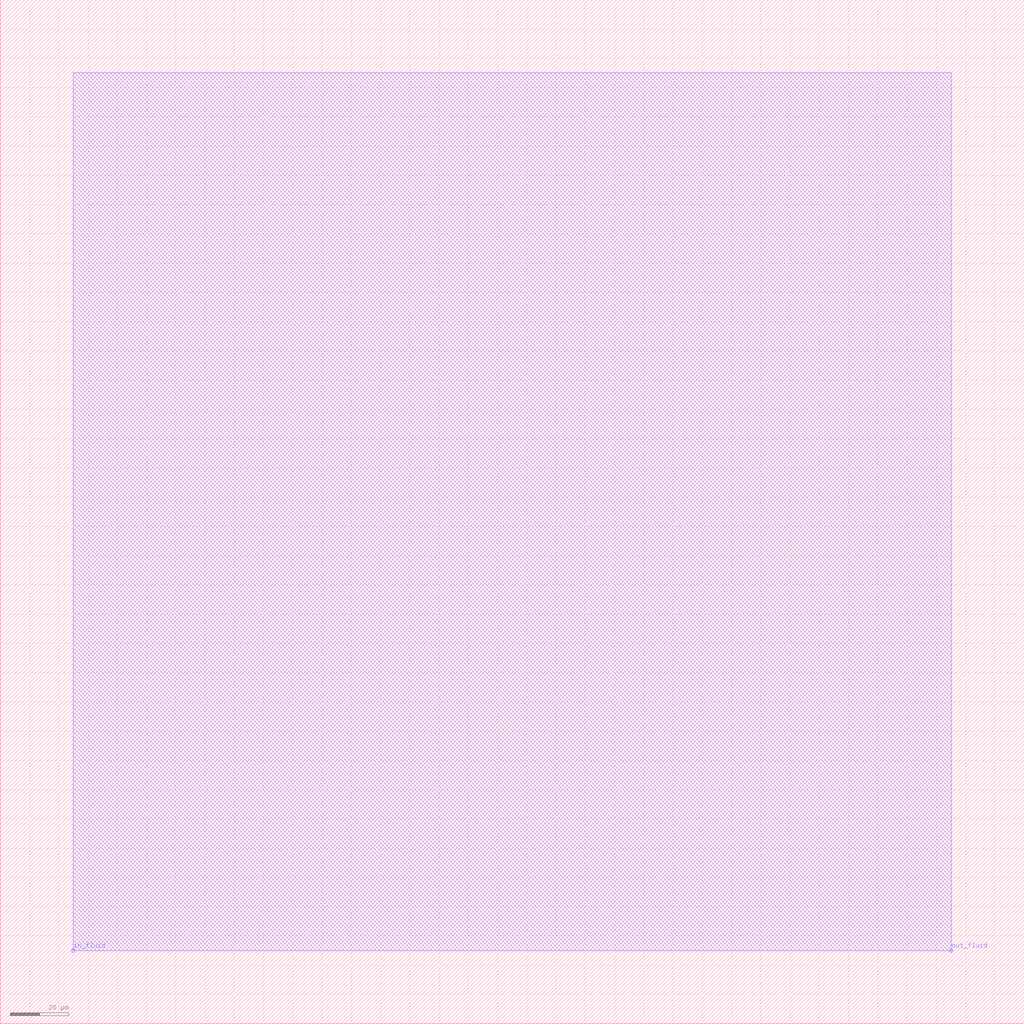
<source format=lef>
VERSION 5.7 ;
BUSBITCHARS "[]" ;
DIVIDERCHAR "/" ;

################################## FUNCTIONAL ##################################

MACRO valve_20px_1
  CLASS CORE ;
  ORIGIN 0 0 ;
  FOREIGN valve_20px_1 0 0 ;
  SIZE 100 BY 100 ;
  SYMMETRY X Y ;
  SITE CoreSite ;
  PIN in_air
    DIRECTION INPUT ;
    USE SIGNAL ;
    PORT
      LAYER met2 ;
        RECT 49.5 74.5 50.5 75.5 ;
    END
  END in_air
  PIN out_air
    DIRECTION OUTPUT ;
    USE SIGNAL ;
    PORT
      LAYER met2 ;
        RECT 49.5 24.5 50.5 25.5 ;
    END
  END out_air
  PIN in_fluid
    DIRECTION INPUT ;
    USE SIGNAL ;
    PORT
      LAYER met1 ;
        RECT 24.5 49.5 25.5 50.5 ;
    END
  END in_fluid
  PIN out_fluid
    DIRECTION OUTPUT ;
    USE SIGNAL ;
    PORT
      LAYER met1 ;
        RECT 74.5 49.5 75.5 50.5 ;
    END
  END out_fluid
  PROPERTY CatenaDesignType "deviceLevel" ;
END valve_20px_1

MACRO valve_20px4way_0
  CLASS CORE ;
  ORIGIN 0 0 ;
  FOREIGN valve_20px4way_0 0 0 ;
  SIZE 100 BY 100 ;
  SYMMETRY X Y ;
  SITE CoreSite ;
  PIN in_air
    DIRECTION INPUT ;
    USE SIGNAL ;
    PORT
      LAYER met2 ;
        RECT 49.5 74.5 50.5 75.5 ;
    END
  END in_air
  PIN out_air
    DIRECTION OUTPUT ;
    USE SIGNAL ;
    PORT
      LAYER met2 ;
        RECT 49.5 24.5 50.5 25.5 ;
    END
  END out_air
  PIN in_fluid_0
    DIRECTION INPUT ;
    USE SIGNAL ;
    PORT
      LAYER met1 ;
        RECT 24.5 49.5 25.5 50.5 ;
    END
  END in_fluid_0
  PIN out_fluid_0
    DIRECTION OUTPUT ;
    USE SIGNAL ;
    PORT
      LAYER met1 ;
        RECT 74.5 49.5 75.5 50.5 ;
    END
  END out_fluid_0
  PIN in_fluid_1
    DIRECTION INPUT ;
    USE SIGNAL ;
    PORT
      LAYER met1 ;
        RECT 49.5 24.5 50.5 25.5 ;
    END
  END in_fluid_1
  PIN out_fluid_1
    DIRECTION OUTPUT ;
    USE SIGNAL ;
    PORT
      LAYER met1 ;
        RECT 49.5 74.5 50.5 75.5 ;
    END
  END out_fluid_1
  PROPERTY CatenaDesignType "deviceLevel" ;
END valve_20px4way_0

MACRO pump_40px_0
  CLASS CORE ;
  ORIGIN 0 0 ;
  FOREIGN pump_40px_0 0 0 ;
  SIZE 150 BY 200 ;
  SYMMETRY X Y ;
  SITE CoreSite ;
  PIN in_air_valve1
    DIRECTION INPUT ;
    USE SIGNAL ;
    PORT
      LAYER met2 ;
        RECT 24.5 149.5 25.5 150.5 ;
    END
  END in_air_valve1
  PIN out_air_valve1
    DIRECTION OUTPUT ;
    USE SIGNAL ;
    PORT
      LAYER met2 ;
        RECT 124.5 149.5 125.5 150.5 ;
    END
  END out_air_valve1
  PIN in_air_dc
    DIRECTION INPUT ;
    USE SIGNAL ;
    PORT
      LAYER met2 ;
        RECT 24.5 99.5 25.5 100.5 ;
    END
  END in_air_dc
  PIN out_air_dc
    DIRECTION OUTPUT ;
    USE SIGNAL ;
    PORT
      LAYER met2 ;
        RECT 124.5 99.5 125.5 100.5 ;
    END
  END out_air_dc
  PIN in_air_valve2
    DIRECTION INPUT ;
    USE SIGNAL ;
    PORT
      LAYER met2 ;
        RECT 24.5 49.5 25.5 50.5 ;
    END
  END in_air_valve2
  PIN out_air_valve2
    DIRECTION OUTPUT ;
    USE SIGNAL ;
    PORT
      LAYER met2 ;
        RECT 124.5 49.5 125.5 50.5 ;
    END
  END out_air_valve2
  PIN in_fluid
    DIRECTION INPUT ;
    USE SIGNAL ;
    PORT
      LAYER met1 ;
        RECT 74.5 174.5 75.5 175.5 ;
    END
  END in_fluid
  PIN out_fluid
    DIRECTION OUTPUT ;
    USE SIGNAL ;
    PORT
      LAYER met1 ;
        RECT 74.5 24.5 75.5 25.5 ;
    END
  END out_fluid
  PROPERTY CatenaDesignType "deviceLevel" ;
END pump_40px_0

MACRO pump_40px_1
  CLASS CORE ;
  ORIGIN 0 0 ;
  FOREIGN pump_40px_1 0 0 ;
  SIZE 200 BY 150 ;
  SYMMETRY X Y ;
  SITE CoreSite ;
  PIN in_air_valve1
    DIRECTION INPUT ;
    USE SIGNAL ;
    PORT
      LAYER met2 ;
        RECT 49.5 124.5 50.5 125.5 ;
    END
  END in_air_valve1
  PIN out_air_valve1
    DIRECTION OUTPUT ;
    USE SIGNAL ;
    PORT
      LAYER met2 ;
        RECT 49.5 24.5 50.5 25.5 ;
    END
  END out_air_valve1
  PIN in_air_dc
    DIRECTION INPUT ;
    USE SIGNAL ;
    PORT
      LAYER met2 ;
        RECT 99.5 124.5 100.5 125.5 ;
    END
  END in_air_dc
  PIN out_air_dc
    DIRECTION OUTPUT ;
    USE SIGNAL ;
    PORT
      LAYER met2 ;
        RECT 99.5 24.5 100.5 25.5 ;
    END
  END out_air_dc
  PIN in_air_valve2
    DIRECTION INPUT ;
    USE SIGNAL ;
    PORT
      LAYER met2 ;
        RECT 149.5 124.5 150.5 125.5 ;
    END
  END in_air_valve2
  PIN out_air_valve2
    DIRECTION OUTPUT ;
    USE SIGNAL ;
    PORT
      LAYER met2 ;
        RECT 149.5 24.5 150.5 25.5 ;
    END
  END out_air_valve2
  PIN in_fluid
    DIRECTION INPUT ;
    USE SIGNAL ;
    PORT
      LAYER met1 ;
        RECT 24.5 74.5 25.5 75.5 ;
    END
  END in_fluid
  PIN out_fluid
    DIRECTION OUTPUT ;
    USE SIGNAL ;
    PORT
      LAYER met1 ;
        RECT 174.5 74.5 175.5 75.5 ;
    END
  END out_fluid
  OBS
    LAYER met1 ;
      RECT 25 50 175 100 ;
    LAYER met2 ;
      RECT 50 25 150 125 ;
  END
  PROPERTY CatenaDesignType "deviceLevel" ;
END pump_40px_1

MACRO serpentine_25px_0
  CLASS CORE ;
  ORIGIN  0 0 ;
  FOREIGN serpentine_25px_0 0 0 ;
  SIZE 75 BY 75 ;
  SYMMETRY X Y ;
  SITE CoreSite ;
  PIN in_fluid
    DIRECTION INPUT ;
    USE SIGNAL ;
    PORT
      LAYER met1 ;
        RECT 24.5 24.5 25.5 25.5 ;
    END
  END in_fluid
  PIN out_fluid
    DIRECTION OUTPUT ;
    USE SIGNAL ;
    PORT
      LAYER met1 ;
        RECT 49.5 49.5 50.5 50.5 ;
    END
  END out_fluid
  OBS
    LAYER met1 ;
      RECT 25 25 50 50 ;
  END
  PROPERTY CatenaDesignType "deviceLevel" ;
END serpentine_25px_0

MACRO serpentine_50px_0
  CLASS CORE ;
  ORIGIN  0 0 ;
  FOREIGN serpentine_50px_0 0 0 ;
  SIZE 100 BY 100 ;
  SYMMETRY X Y ;
  SITE CoreSite ;
  PIN in_fluid
    DIRECTION INPUT ;
    USE SIGNAL ;
    PORT
      LAYER met1 ;
        RECT 24.5 24.5 25.5 25.5 ;
    END
  END in_fluid
  PIN out_fluid
    DIRECTION OUTPUT ;
    USE SIGNAL ;
    PORT
      LAYER met1 ;
        RECT 74.5 24.5 75.5 25.5 ;
    END
  END out_fluid
  OBS
    LAYER met1 ;
      RECT 25 25 75 75 ;
  END
  PROPERTY CatenaDesignType "deviceLevel" ;
END serpentine_50px_0

MACRO serpentine_75px_0
  CLASS CORE ;
  ORIGIN  0 0 ;
  FOREIGN serpentine_75px_0 0 0 ;
  SIZE 125 BY 125 ;
  SYMMETRY X Y ;
  SITE CoreSite ;
  PIN in_fluid
    DIRECTION INPUT ;
    USE SIGNAL ;
    PORT
      LAYER met1 ;
        RECT 24.5 24.5 25.5 25.5 ;
    END
  END in_fluid
  PIN out_fluid
    DIRECTION OUTPUT ;
    USE SIGNAL ;
    PORT
      LAYER met1 ;
        RECT 99.5 99.5 100.5 100.5 ;
    END
  END out_fluid
  OBS
    LAYER met1 ;
      RECT 25 25 100 100 ;
  END
  PROPERTY CatenaDesignType "deviceLevel" ;
END serpentine_75px_0

MACRO serpentine_100px_0
  CLASS CORE ;
  ORIGIN  0 0 ;
  FOREIGN serpentine_100px_0 0 0 ;
  SIZE 150 BY 150 ;
  SYMMETRY X Y ;
  SITE CoreSite ;
  PIN in_fluid
    DIRECTION INPUT ;
    USE SIGNAL ;
    PORT
      LAYER met1 ;
        RECT 24.5 24.5 25.5 25.5 ;
    END
  END in_fluid
  PIN out_fluid
    DIRECTION OUTPUT ;
    USE SIGNAL ;
    PORT
      LAYER met1 ;
        RECT 124.5 24.5 125.5 25.5 ;
    END
  END out_fluid
  OBS
    LAYER met1 ;
      RECT 25 25 125 125 ;
  END
  PROPERTY CatenaDesignType "deviceLevel" ;
END serpentine_100px_0

MACRO serpentine_150px_0
  CLASS CORE ;
  ORIGIN  0 0 ;
  FOREIGN serpentine_150px_0 0 0 ;
  SIZE 200 BY 200 ;
  SYMMETRY X Y ;
  SITE CoreSite ;
  PIN in_fluid
    DIRECTION INPUT ;
    USE SIGNAL ;
    PORT
      LAYER met1 ;
        RECT 24.5 24.5 25.5 25.5 ;
    END
  END in_fluid
  PIN out_fluid
    DIRECTION OUTPUT ;
    USE SIGNAL ;
    PORT
      LAYER met1 ;
        RECT 174.5 24.5 175.5 25.5 ;
    END
  END out_fluid
  OBS
    LAYER met1 ;
      RECT 25 25 175 175 ;
  END
  PROPERTY CatenaDesignType "deviceLevel" ;
END serpentine_150px_0

MACRO serpentine_200px_0
  CLASS CORE ;
  ORIGIN  0 0 ;
  FOREIGN serpentine_200px_0 0 0 ;
  SIZE 250 BY 250 ;
  SYMMETRY X Y ;
  SITE CoreSite ;
  PIN in_fluid
    DIRECTION INPUT ;
    USE SIGNAL ;
    PORT
      LAYER met1 ;
        RECT 24.5 24.5 25.5 25.5 ;
    END
  END in_fluid
  PIN out_fluid
    DIRECTION OUTPUT ;
    USE SIGNAL ;
    PORT
      LAYER met1 ;
        RECT 224.5 24.5 225.5 25.5 ;
    END
  END out_fluid
  OBS
    LAYER met1 ;
      RECT 25 25 225 225 ;
  END
  PROPERTY CatenaDesignType "deviceLevel" ;
END serpentine_200px_0

MACRO serpentine_300px_0
  CLASS CORE ;
  ORIGIN  0 0 ;
  FOREIGN serpentine_300px_0 0 0 ;
  SIZE 350 BY 350 ;
  SYMMETRY X Y ;
  SITE CoreSite ;
  PIN in_fluid
    DIRECTION INPUT ;
    USE SIGNAL ;
    PORT
      LAYER met1 ;
        RECT 24.5 24.5 25.5 25.5 ;
    END
  END in_fluid
  PIN out_fluid
    DIRECTION OUTPUT ;
    USE SIGNAL ;
    PORT
      LAYER met1 ;
        RECT 324.5 24.5 325.5 25.5 ;
    END
  END out_fluid
  OBS
    LAYER met1 ;
      RECT 25 25 325 325 ;
  END
  PROPERTY CatenaDesignType "deviceLevel" ;
END serpentine_300px_0

MACRO diffmix_25px_0
  CLASS CORE ;
  ORIGIN  0 0 ;
  FOREIGN diffmix_25px_0 0 0 ;
  SIZE 75 BY 75 ;
  SYMMETRY X Y ;
  SITE CoreSite ;
  PIN a_fluid
    DIRECTION INPUT ;
    USE SIGNAL ;
    PORT
      LAYER met1 ;
        RECT 24.5 49.5 25.5 50.5 ;
    END
  END a_fluid
  PIN b_fluid
    DIRECTION INPUT ;
    USE SIGNAL ;
    PORT
      LAYER met1 ;
        RECT 24.5 24.5 25.5 25.5 ;
    END
  END b_fluid
  PIN out_fluid
    DIRECTION OUTPUT ;
    USE SIGNAL ;
    PORT
      LAYER met1 ;
        RECT 49.5 49.5 50.5 50.5 ;
    END
  END out_fluid
  OBS
    LAYER met1 ;
      RECT 25 25 50 50 ;
    LAYER met2 ;
      RECT 25 25 50 50 ;
    LAYER met3 ;
      RECT 25 25 50 50 ;
  END
  PROPERTY CatenaDesignType "deviceLevel" ;
END diffmix_25px_0

################################# NEEDS FIXING #################################
MACRO valve_20px_0
  CLASS CORE ;
  ORIGIN 0 0 ;
  FOREIGN valve_20px_0 0 0 ;
  SIZE 136 BY 80 ;
  SYMMETRY X Y ;
  SITE CoreSite ;
  PIN in_air
    DIRECTION INPUT ;
    USE SIGNAL ;
    PORT
      LAYER met3 ;
        RECT 10 16 18 24 ;
    END
  END in_air
  PIN out_air
    DIRECTION OUTPUT ;
    USE SIGNAL ;
    PORT
      LAYER met3 ;
        RECT 72 62 80 70 ;
    END
  END out_air
  PIN in_fluid
    DIRECTION INPUT ;
    USE SIGNAL ;
    PORT
      LAYER met1 ;
        RECT 65 17 71 23 ;
    END
  END in_fluid
  PIN out_fluid
    DIRECTION OUTPUT ;
    USE SIGNAL ;
    PORT
      LAYER met2 ;
        RECT 118 16 126 24 ;
    END
  END out_fluid
  OBS
    LAYER met3 ;
      RECT 10 11 23 29 ;
    LAYER met2 ;
      RECT 10 11 23 29 ;
    LAYER met1 ;
      RECT 60 17 76 28 ;
  END
  PROPERTY CatenaDesignType "deviceLevel" ;
END valve_20px_0

MACRO pinhole_300px_0
  CLASS PAD ;
  ORIGIN 0 0 ;
  FOREIGN pinhole_300px_0 0 0 ;
  SIZE 137 BY 314 ;
  SYMMETRY X Y R90 ;
  SITE PadSite ;
  PIN in
    DIRECTION INPUT ;
    USE SIGNAL ;
    PORT
      LAYER met2 ;
        RECT 61.5 300 75.5 314 ;
    END
  END in
  PIN out
    DIRECTION OUTPUT ;
    USE SIGNAL ;
    PORT
      LAYER met2 ;
        RECT 61.5 0 75.5 14 ;
    END
  END out
  PROPERTY CatenaDesignType "deviceLevel" ;
END pinhole_300px_0

MACRO route_test
  CLASS CORE ;
  ORIGIN 0 0 ;
  FOREIGN route_test 0 0 ;
  SIZE 4.096 BY 2 ;
  SYMMETRY X Y ;
  SITE CoreSite ;
  PIN in
    DIRECTION INPUT ;
    USE SIGNAL ;
    PORT
      LAYER li1 ;
        RECT 0.744 0.72 1.304 1.28 ;
    END
  END in
  PIN out
    DIRECTION OUTPUT ;
    USE SIGNAL ;
    PORT
      LAYER li1 ;
        RECT 2.792 0.72 3.352 1.28 ;
    END
  END out
  PROPERTY CatenaDesignType "deviceLevel" ;
END route_test

END LIBRARY
</source>
